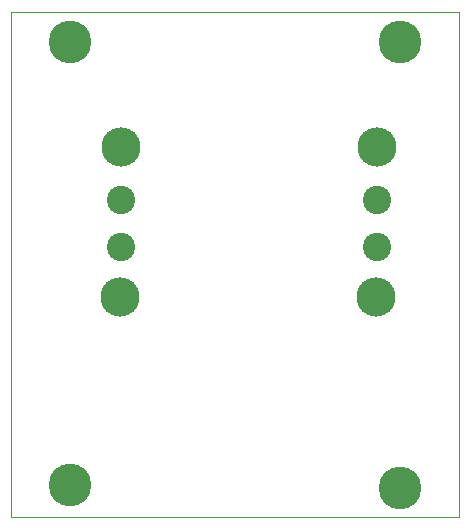
<source format=gtl>
G75*
G70*
%OFA0B0*%
%FSLAX24Y24*%
%IPPOS*%
%LPD*%
%AMOC8*
5,1,8,0,0,1.08239X$1,22.5*
%
%ADD10C,0.0000*%
%ADD11C,0.1424*%
%ADD12C,0.1306*%
%ADD13C,0.0945*%
D10*
X000100Y000100D02*
X000100Y016931D01*
X015041Y016931D01*
X015041Y000100D01*
X000100Y000100D01*
D11*
X002049Y001183D03*
X013072Y001084D03*
X013072Y015946D03*
X002049Y015946D03*
D12*
X003761Y012452D03*
X003742Y007462D03*
X012265Y007452D03*
X012285Y012443D03*
D13*
X012285Y010681D03*
X012285Y009106D03*
X003761Y009116D03*
X003761Y010691D03*
M02*

</source>
